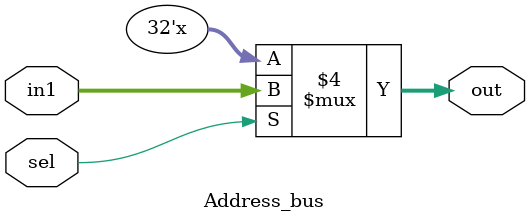
<source format=v>
module Address_bus(out, in1, sel);

input sel;
input [31:0] in1;
output reg [31:0] out;


always @*
begin 

if (sel)
begin	
out =in1;
end 

else
	begin
	out=out+1'b1;
	end
		
end 

endmodule 

</source>
